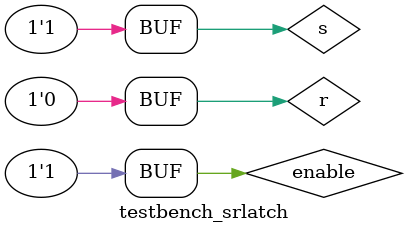
<source format=v>
`timescale 1ns / 1ps



module testbench_srlatch;

	// Inputs
	reg s;
	reg r;
	reg enable;

	// Outputs
	wire q;
	wire qbar;

	// Instantiate the Unit Under Test (UUT)
	srlatch uut (s,r,enable,q,qbar);

	initial 
	begin
	    s=0;
		 r=0;
		 enable=1;
		 #5 s=0;r=1;
		 #5 s=1;r=0;

	end
      
endmodule


</source>
